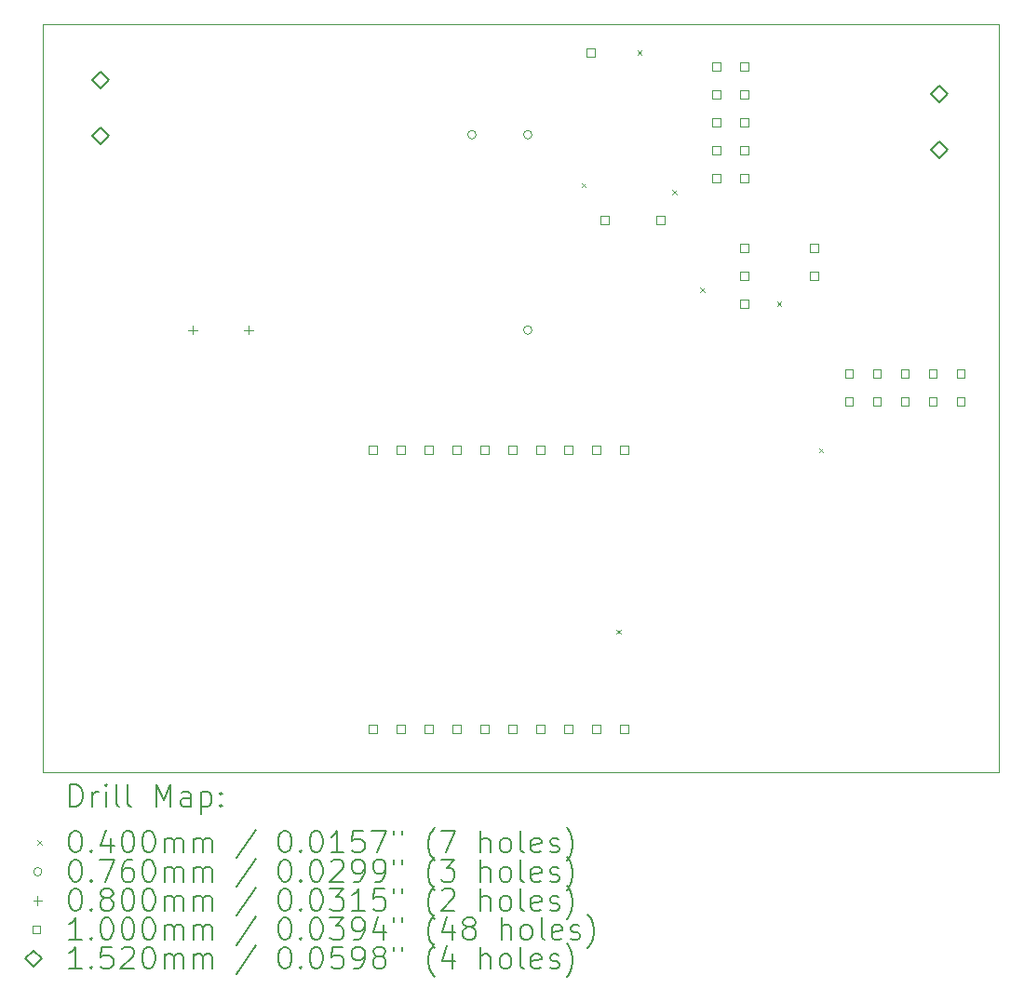
<source format=gbr>
%FSLAX45Y45*%
G04 Gerber Fmt 4.5, Leading zero omitted, Abs format (unit mm)*
G04 Created by KiCad (PCBNEW (6.0.0-0)) date 2022-10-12 14:45:19*
%MOMM*%
%LPD*%
G01*
G04 APERTURE LIST*
%TA.AperFunction,Profile*%
%ADD10C,0.100000*%
%TD*%
%ADD11C,0.200000*%
%ADD12C,0.040000*%
%ADD13C,0.076000*%
%ADD14C,0.080000*%
%ADD15C,0.100000*%
%ADD16C,0.152000*%
G04 APERTURE END LIST*
D10*
X10636000Y-5080000D02*
X19336000Y-5080000D01*
X10636000Y-11880000D02*
X10636000Y-5080000D01*
X19336000Y-11880000D02*
X19336000Y-5080000D01*
X10636000Y-11880000D02*
X19336000Y-11880000D01*
D11*
D12*
X15537500Y-6520500D02*
X15577500Y-6560500D01*
X15577500Y-6520500D02*
X15537500Y-6560500D01*
X15855000Y-10584500D02*
X15895000Y-10624500D01*
X15895000Y-10584500D02*
X15855000Y-10624500D01*
X16045500Y-5314000D02*
X16085500Y-5354000D01*
X16085500Y-5314000D02*
X16045500Y-5354000D01*
X16363000Y-6584000D02*
X16403000Y-6624000D01*
X16403000Y-6584000D02*
X16363000Y-6624000D01*
X16617000Y-7473000D02*
X16657000Y-7513000D01*
X16657000Y-7473000D02*
X16617000Y-7513000D01*
X17315500Y-7600000D02*
X17355500Y-7640000D01*
X17355500Y-7600000D02*
X17315500Y-7640000D01*
X17696500Y-8933500D02*
X17736500Y-8973500D01*
X17736500Y-8933500D02*
X17696500Y-8973500D01*
D13*
X14579500Y-6081750D02*
G75*
G03*
X14579500Y-6081750I-38000J0D01*
G01*
X15087500Y-6081750D02*
G75*
G03*
X15087500Y-6081750I-38000J0D01*
G01*
X15087500Y-7859750D02*
G75*
G03*
X15087500Y-7859750I-38000J0D01*
G01*
D14*
X12001500Y-7819750D02*
X12001500Y-7899750D01*
X11961500Y-7859750D02*
X12041500Y-7859750D01*
X12509500Y-7819750D02*
X12509500Y-7899750D01*
X12469500Y-7859750D02*
X12549500Y-7859750D01*
D15*
X13674856Y-8984856D02*
X13674856Y-8914144D01*
X13604144Y-8914144D01*
X13604144Y-8984856D01*
X13674856Y-8984856D01*
X13674856Y-11524856D02*
X13674856Y-11454144D01*
X13604144Y-11454144D01*
X13604144Y-11524856D01*
X13674856Y-11524856D01*
X13928856Y-8984856D02*
X13928856Y-8914144D01*
X13858144Y-8914144D01*
X13858144Y-8984856D01*
X13928856Y-8984856D01*
X13928856Y-11524856D02*
X13928856Y-11454144D01*
X13858144Y-11454144D01*
X13858144Y-11524856D01*
X13928856Y-11524856D01*
X14182856Y-8984856D02*
X14182856Y-8914144D01*
X14112144Y-8914144D01*
X14112144Y-8984856D01*
X14182856Y-8984856D01*
X14182856Y-11524856D02*
X14182856Y-11454144D01*
X14112144Y-11454144D01*
X14112144Y-11524856D01*
X14182856Y-11524856D01*
X14436856Y-8984856D02*
X14436856Y-8914144D01*
X14366144Y-8914144D01*
X14366144Y-8984856D01*
X14436856Y-8984856D01*
X14436856Y-11524856D02*
X14436856Y-11454144D01*
X14366144Y-11454144D01*
X14366144Y-11524856D01*
X14436856Y-11524856D01*
X14690856Y-8984856D02*
X14690856Y-8914144D01*
X14620144Y-8914144D01*
X14620144Y-8984856D01*
X14690856Y-8984856D01*
X14690856Y-11524856D02*
X14690856Y-11454144D01*
X14620144Y-11454144D01*
X14620144Y-11524856D01*
X14690856Y-11524856D01*
X14944856Y-8984856D02*
X14944856Y-8914144D01*
X14874144Y-8914144D01*
X14874144Y-8984856D01*
X14944856Y-8984856D01*
X14944856Y-11524856D02*
X14944856Y-11454144D01*
X14874144Y-11454144D01*
X14874144Y-11524856D01*
X14944856Y-11524856D01*
X15198856Y-8984856D02*
X15198856Y-8914144D01*
X15128144Y-8914144D01*
X15128144Y-8984856D01*
X15198856Y-8984856D01*
X15198856Y-11524856D02*
X15198856Y-11454144D01*
X15128144Y-11454144D01*
X15128144Y-11524856D01*
X15198856Y-11524856D01*
X15452856Y-8984856D02*
X15452856Y-8914144D01*
X15382144Y-8914144D01*
X15382144Y-8984856D01*
X15452856Y-8984856D01*
X15452856Y-11524856D02*
X15452856Y-11454144D01*
X15382144Y-11454144D01*
X15382144Y-11524856D01*
X15452856Y-11524856D01*
X15656356Y-5369356D02*
X15656356Y-5298644D01*
X15585644Y-5298644D01*
X15585644Y-5369356D01*
X15656356Y-5369356D01*
X15706856Y-8984856D02*
X15706856Y-8914144D01*
X15636144Y-8914144D01*
X15636144Y-8984856D01*
X15706856Y-8984856D01*
X15706856Y-11524856D02*
X15706856Y-11454144D01*
X15636144Y-11454144D01*
X15636144Y-11524856D01*
X15706856Y-11524856D01*
X15783356Y-6893356D02*
X15783356Y-6822644D01*
X15712644Y-6822644D01*
X15712644Y-6893356D01*
X15783356Y-6893356D01*
X15960856Y-8984856D02*
X15960856Y-8914144D01*
X15890144Y-8914144D01*
X15890144Y-8984856D01*
X15960856Y-8984856D01*
X15960856Y-11524856D02*
X15960856Y-11454144D01*
X15890144Y-11454144D01*
X15890144Y-11524856D01*
X15960856Y-11524856D01*
X16291356Y-6893356D02*
X16291356Y-6822644D01*
X16220644Y-6822644D01*
X16220644Y-6893356D01*
X16291356Y-6893356D01*
X16799356Y-5496356D02*
X16799356Y-5425644D01*
X16728644Y-5425644D01*
X16728644Y-5496356D01*
X16799356Y-5496356D01*
X16799356Y-5750356D02*
X16799356Y-5679644D01*
X16728644Y-5679644D01*
X16728644Y-5750356D01*
X16799356Y-5750356D01*
X16799356Y-6004356D02*
X16799356Y-5933644D01*
X16728644Y-5933644D01*
X16728644Y-6004356D01*
X16799356Y-6004356D01*
X16799356Y-6258356D02*
X16799356Y-6187644D01*
X16728644Y-6187644D01*
X16728644Y-6258356D01*
X16799356Y-6258356D01*
X16799356Y-6512356D02*
X16799356Y-6441644D01*
X16728644Y-6441644D01*
X16728644Y-6512356D01*
X16799356Y-6512356D01*
X17053356Y-5496356D02*
X17053356Y-5425644D01*
X16982644Y-5425644D01*
X16982644Y-5496356D01*
X17053356Y-5496356D01*
X17053356Y-5750356D02*
X17053356Y-5679644D01*
X16982644Y-5679644D01*
X16982644Y-5750356D01*
X17053356Y-5750356D01*
X17053356Y-6004356D02*
X17053356Y-5933644D01*
X16982644Y-5933644D01*
X16982644Y-6004356D01*
X17053356Y-6004356D01*
X17053356Y-6258356D02*
X17053356Y-6187644D01*
X16982644Y-6187644D01*
X16982644Y-6258356D01*
X17053356Y-6258356D01*
X17053356Y-6512356D02*
X17053356Y-6441644D01*
X16982644Y-6441644D01*
X16982644Y-6512356D01*
X17053356Y-6512356D01*
X17053356Y-7148856D02*
X17053356Y-7078144D01*
X16982644Y-7078144D01*
X16982644Y-7148856D01*
X17053356Y-7148856D01*
X17053356Y-7402856D02*
X17053356Y-7332144D01*
X16982644Y-7332144D01*
X16982644Y-7402856D01*
X17053356Y-7402856D01*
X17053356Y-7656856D02*
X17053356Y-7586144D01*
X16982644Y-7586144D01*
X16982644Y-7656856D01*
X17053356Y-7656856D01*
X17688356Y-7146856D02*
X17688356Y-7076144D01*
X17617644Y-7076144D01*
X17617644Y-7146856D01*
X17688356Y-7146856D01*
X17688356Y-7400856D02*
X17688356Y-7330144D01*
X17617644Y-7330144D01*
X17617644Y-7400856D01*
X17688356Y-7400856D01*
X18005856Y-8290356D02*
X18005856Y-8219644D01*
X17935144Y-8219644D01*
X17935144Y-8290356D01*
X18005856Y-8290356D01*
X18005856Y-8544356D02*
X18005856Y-8473644D01*
X17935144Y-8473644D01*
X17935144Y-8544356D01*
X18005856Y-8544356D01*
X18259856Y-8290356D02*
X18259856Y-8219644D01*
X18189144Y-8219644D01*
X18189144Y-8290356D01*
X18259856Y-8290356D01*
X18259856Y-8544356D02*
X18259856Y-8473644D01*
X18189144Y-8473644D01*
X18189144Y-8544356D01*
X18259856Y-8544356D01*
X18513856Y-8290356D02*
X18513856Y-8219644D01*
X18443144Y-8219644D01*
X18443144Y-8290356D01*
X18513856Y-8290356D01*
X18513856Y-8544356D02*
X18513856Y-8473644D01*
X18443144Y-8473644D01*
X18443144Y-8544356D01*
X18513856Y-8544356D01*
X18767856Y-8290356D02*
X18767856Y-8219644D01*
X18697144Y-8219644D01*
X18697144Y-8290356D01*
X18767856Y-8290356D01*
X18767856Y-8544356D02*
X18767856Y-8473644D01*
X18697144Y-8473644D01*
X18697144Y-8544356D01*
X18767856Y-8544356D01*
X19021856Y-8290356D02*
X19021856Y-8219644D01*
X18951144Y-8219644D01*
X18951144Y-8290356D01*
X19021856Y-8290356D01*
X19021856Y-8544356D02*
X19021856Y-8473644D01*
X18951144Y-8473644D01*
X18951144Y-8544356D01*
X19021856Y-8544356D01*
D16*
X11162500Y-5664000D02*
X11238500Y-5588000D01*
X11162500Y-5512000D01*
X11086500Y-5588000D01*
X11162500Y-5664000D01*
X11162500Y-6172000D02*
X11238500Y-6096000D01*
X11162500Y-6020000D01*
X11086500Y-6096000D01*
X11162500Y-6172000D01*
X18796000Y-5791000D02*
X18872000Y-5715000D01*
X18796000Y-5639000D01*
X18720000Y-5715000D01*
X18796000Y-5791000D01*
X18796000Y-6299000D02*
X18872000Y-6223000D01*
X18796000Y-6147000D01*
X18720000Y-6223000D01*
X18796000Y-6299000D01*
D11*
X10888619Y-12195476D02*
X10888619Y-11995476D01*
X10936238Y-11995476D01*
X10964810Y-12005000D01*
X10983857Y-12024048D01*
X10993381Y-12043095D01*
X11002905Y-12081190D01*
X11002905Y-12109762D01*
X10993381Y-12147857D01*
X10983857Y-12166905D01*
X10964810Y-12185952D01*
X10936238Y-12195476D01*
X10888619Y-12195476D01*
X11088619Y-12195476D02*
X11088619Y-12062143D01*
X11088619Y-12100238D02*
X11098143Y-12081190D01*
X11107667Y-12071667D01*
X11126714Y-12062143D01*
X11145762Y-12062143D01*
X11212428Y-12195476D02*
X11212428Y-12062143D01*
X11212428Y-11995476D02*
X11202905Y-12005000D01*
X11212428Y-12014524D01*
X11221952Y-12005000D01*
X11212428Y-11995476D01*
X11212428Y-12014524D01*
X11336238Y-12195476D02*
X11317190Y-12185952D01*
X11307667Y-12166905D01*
X11307667Y-11995476D01*
X11441000Y-12195476D02*
X11421952Y-12185952D01*
X11412428Y-12166905D01*
X11412428Y-11995476D01*
X11669571Y-12195476D02*
X11669571Y-11995476D01*
X11736238Y-12138333D01*
X11802905Y-11995476D01*
X11802905Y-12195476D01*
X11983857Y-12195476D02*
X11983857Y-12090714D01*
X11974333Y-12071667D01*
X11955286Y-12062143D01*
X11917190Y-12062143D01*
X11898143Y-12071667D01*
X11983857Y-12185952D02*
X11964809Y-12195476D01*
X11917190Y-12195476D01*
X11898143Y-12185952D01*
X11888619Y-12166905D01*
X11888619Y-12147857D01*
X11898143Y-12128809D01*
X11917190Y-12119286D01*
X11964809Y-12119286D01*
X11983857Y-12109762D01*
X12079095Y-12062143D02*
X12079095Y-12262143D01*
X12079095Y-12071667D02*
X12098143Y-12062143D01*
X12136238Y-12062143D01*
X12155286Y-12071667D01*
X12164809Y-12081190D01*
X12174333Y-12100238D01*
X12174333Y-12157381D01*
X12164809Y-12176428D01*
X12155286Y-12185952D01*
X12136238Y-12195476D01*
X12098143Y-12195476D01*
X12079095Y-12185952D01*
X12260048Y-12176428D02*
X12269571Y-12185952D01*
X12260048Y-12195476D01*
X12250524Y-12185952D01*
X12260048Y-12176428D01*
X12260048Y-12195476D01*
X12260048Y-12071667D02*
X12269571Y-12081190D01*
X12260048Y-12090714D01*
X12250524Y-12081190D01*
X12260048Y-12071667D01*
X12260048Y-12090714D01*
D12*
X10591000Y-12505000D02*
X10631000Y-12545000D01*
X10631000Y-12505000D02*
X10591000Y-12545000D01*
D11*
X10926714Y-12415476D02*
X10945762Y-12415476D01*
X10964810Y-12425000D01*
X10974333Y-12434524D01*
X10983857Y-12453571D01*
X10993381Y-12491667D01*
X10993381Y-12539286D01*
X10983857Y-12577381D01*
X10974333Y-12596428D01*
X10964810Y-12605952D01*
X10945762Y-12615476D01*
X10926714Y-12615476D01*
X10907667Y-12605952D01*
X10898143Y-12596428D01*
X10888619Y-12577381D01*
X10879095Y-12539286D01*
X10879095Y-12491667D01*
X10888619Y-12453571D01*
X10898143Y-12434524D01*
X10907667Y-12425000D01*
X10926714Y-12415476D01*
X11079095Y-12596428D02*
X11088619Y-12605952D01*
X11079095Y-12615476D01*
X11069571Y-12605952D01*
X11079095Y-12596428D01*
X11079095Y-12615476D01*
X11260048Y-12482143D02*
X11260048Y-12615476D01*
X11212428Y-12405952D02*
X11164810Y-12548809D01*
X11288619Y-12548809D01*
X11402905Y-12415476D02*
X11421952Y-12415476D01*
X11441000Y-12425000D01*
X11450524Y-12434524D01*
X11460048Y-12453571D01*
X11469571Y-12491667D01*
X11469571Y-12539286D01*
X11460048Y-12577381D01*
X11450524Y-12596428D01*
X11441000Y-12605952D01*
X11421952Y-12615476D01*
X11402905Y-12615476D01*
X11383857Y-12605952D01*
X11374333Y-12596428D01*
X11364809Y-12577381D01*
X11355286Y-12539286D01*
X11355286Y-12491667D01*
X11364809Y-12453571D01*
X11374333Y-12434524D01*
X11383857Y-12425000D01*
X11402905Y-12415476D01*
X11593381Y-12415476D02*
X11612428Y-12415476D01*
X11631476Y-12425000D01*
X11641000Y-12434524D01*
X11650524Y-12453571D01*
X11660048Y-12491667D01*
X11660048Y-12539286D01*
X11650524Y-12577381D01*
X11641000Y-12596428D01*
X11631476Y-12605952D01*
X11612428Y-12615476D01*
X11593381Y-12615476D01*
X11574333Y-12605952D01*
X11564809Y-12596428D01*
X11555286Y-12577381D01*
X11545762Y-12539286D01*
X11545762Y-12491667D01*
X11555286Y-12453571D01*
X11564809Y-12434524D01*
X11574333Y-12425000D01*
X11593381Y-12415476D01*
X11745762Y-12615476D02*
X11745762Y-12482143D01*
X11745762Y-12501190D02*
X11755286Y-12491667D01*
X11774333Y-12482143D01*
X11802905Y-12482143D01*
X11821952Y-12491667D01*
X11831476Y-12510714D01*
X11831476Y-12615476D01*
X11831476Y-12510714D02*
X11841000Y-12491667D01*
X11860048Y-12482143D01*
X11888619Y-12482143D01*
X11907667Y-12491667D01*
X11917190Y-12510714D01*
X11917190Y-12615476D01*
X12012428Y-12615476D02*
X12012428Y-12482143D01*
X12012428Y-12501190D02*
X12021952Y-12491667D01*
X12041000Y-12482143D01*
X12069571Y-12482143D01*
X12088619Y-12491667D01*
X12098143Y-12510714D01*
X12098143Y-12615476D01*
X12098143Y-12510714D02*
X12107667Y-12491667D01*
X12126714Y-12482143D01*
X12155286Y-12482143D01*
X12174333Y-12491667D01*
X12183857Y-12510714D01*
X12183857Y-12615476D01*
X12574333Y-12405952D02*
X12402905Y-12663095D01*
X12831476Y-12415476D02*
X12850524Y-12415476D01*
X12869571Y-12425000D01*
X12879095Y-12434524D01*
X12888619Y-12453571D01*
X12898143Y-12491667D01*
X12898143Y-12539286D01*
X12888619Y-12577381D01*
X12879095Y-12596428D01*
X12869571Y-12605952D01*
X12850524Y-12615476D01*
X12831476Y-12615476D01*
X12812428Y-12605952D01*
X12802905Y-12596428D01*
X12793381Y-12577381D01*
X12783857Y-12539286D01*
X12783857Y-12491667D01*
X12793381Y-12453571D01*
X12802905Y-12434524D01*
X12812428Y-12425000D01*
X12831476Y-12415476D01*
X12983857Y-12596428D02*
X12993381Y-12605952D01*
X12983857Y-12615476D01*
X12974333Y-12605952D01*
X12983857Y-12596428D01*
X12983857Y-12615476D01*
X13117190Y-12415476D02*
X13136238Y-12415476D01*
X13155286Y-12425000D01*
X13164809Y-12434524D01*
X13174333Y-12453571D01*
X13183857Y-12491667D01*
X13183857Y-12539286D01*
X13174333Y-12577381D01*
X13164809Y-12596428D01*
X13155286Y-12605952D01*
X13136238Y-12615476D01*
X13117190Y-12615476D01*
X13098143Y-12605952D01*
X13088619Y-12596428D01*
X13079095Y-12577381D01*
X13069571Y-12539286D01*
X13069571Y-12491667D01*
X13079095Y-12453571D01*
X13088619Y-12434524D01*
X13098143Y-12425000D01*
X13117190Y-12415476D01*
X13374333Y-12615476D02*
X13260048Y-12615476D01*
X13317190Y-12615476D02*
X13317190Y-12415476D01*
X13298143Y-12444048D01*
X13279095Y-12463095D01*
X13260048Y-12472619D01*
X13555286Y-12415476D02*
X13460048Y-12415476D01*
X13450524Y-12510714D01*
X13460048Y-12501190D01*
X13479095Y-12491667D01*
X13526714Y-12491667D01*
X13545762Y-12501190D01*
X13555286Y-12510714D01*
X13564809Y-12529762D01*
X13564809Y-12577381D01*
X13555286Y-12596428D01*
X13545762Y-12605952D01*
X13526714Y-12615476D01*
X13479095Y-12615476D01*
X13460048Y-12605952D01*
X13450524Y-12596428D01*
X13631476Y-12415476D02*
X13764809Y-12415476D01*
X13679095Y-12615476D01*
X13831476Y-12415476D02*
X13831476Y-12453571D01*
X13907667Y-12415476D02*
X13907667Y-12453571D01*
X14202905Y-12691667D02*
X14193381Y-12682143D01*
X14174333Y-12653571D01*
X14164809Y-12634524D01*
X14155286Y-12605952D01*
X14145762Y-12558333D01*
X14145762Y-12520238D01*
X14155286Y-12472619D01*
X14164809Y-12444048D01*
X14174333Y-12425000D01*
X14193381Y-12396428D01*
X14202905Y-12386905D01*
X14260048Y-12415476D02*
X14393381Y-12415476D01*
X14307667Y-12615476D01*
X14621952Y-12615476D02*
X14621952Y-12415476D01*
X14707667Y-12615476D02*
X14707667Y-12510714D01*
X14698143Y-12491667D01*
X14679095Y-12482143D01*
X14650524Y-12482143D01*
X14631476Y-12491667D01*
X14621952Y-12501190D01*
X14831476Y-12615476D02*
X14812428Y-12605952D01*
X14802905Y-12596428D01*
X14793381Y-12577381D01*
X14793381Y-12520238D01*
X14802905Y-12501190D01*
X14812428Y-12491667D01*
X14831476Y-12482143D01*
X14860048Y-12482143D01*
X14879095Y-12491667D01*
X14888619Y-12501190D01*
X14898143Y-12520238D01*
X14898143Y-12577381D01*
X14888619Y-12596428D01*
X14879095Y-12605952D01*
X14860048Y-12615476D01*
X14831476Y-12615476D01*
X15012428Y-12615476D02*
X14993381Y-12605952D01*
X14983857Y-12586905D01*
X14983857Y-12415476D01*
X15164809Y-12605952D02*
X15145762Y-12615476D01*
X15107667Y-12615476D01*
X15088619Y-12605952D01*
X15079095Y-12586905D01*
X15079095Y-12510714D01*
X15088619Y-12491667D01*
X15107667Y-12482143D01*
X15145762Y-12482143D01*
X15164809Y-12491667D01*
X15174333Y-12510714D01*
X15174333Y-12529762D01*
X15079095Y-12548809D01*
X15250524Y-12605952D02*
X15269571Y-12615476D01*
X15307667Y-12615476D01*
X15326714Y-12605952D01*
X15336238Y-12586905D01*
X15336238Y-12577381D01*
X15326714Y-12558333D01*
X15307667Y-12548809D01*
X15279095Y-12548809D01*
X15260048Y-12539286D01*
X15250524Y-12520238D01*
X15250524Y-12510714D01*
X15260048Y-12491667D01*
X15279095Y-12482143D01*
X15307667Y-12482143D01*
X15326714Y-12491667D01*
X15402905Y-12691667D02*
X15412428Y-12682143D01*
X15431476Y-12653571D01*
X15441000Y-12634524D01*
X15450524Y-12605952D01*
X15460048Y-12558333D01*
X15460048Y-12520238D01*
X15450524Y-12472619D01*
X15441000Y-12444048D01*
X15431476Y-12425000D01*
X15412428Y-12396428D01*
X15402905Y-12386905D01*
D13*
X10631000Y-12789000D02*
G75*
G03*
X10631000Y-12789000I-38000J0D01*
G01*
D11*
X10926714Y-12679476D02*
X10945762Y-12679476D01*
X10964810Y-12689000D01*
X10974333Y-12698524D01*
X10983857Y-12717571D01*
X10993381Y-12755667D01*
X10993381Y-12803286D01*
X10983857Y-12841381D01*
X10974333Y-12860428D01*
X10964810Y-12869952D01*
X10945762Y-12879476D01*
X10926714Y-12879476D01*
X10907667Y-12869952D01*
X10898143Y-12860428D01*
X10888619Y-12841381D01*
X10879095Y-12803286D01*
X10879095Y-12755667D01*
X10888619Y-12717571D01*
X10898143Y-12698524D01*
X10907667Y-12689000D01*
X10926714Y-12679476D01*
X11079095Y-12860428D02*
X11088619Y-12869952D01*
X11079095Y-12879476D01*
X11069571Y-12869952D01*
X11079095Y-12860428D01*
X11079095Y-12879476D01*
X11155286Y-12679476D02*
X11288619Y-12679476D01*
X11202905Y-12879476D01*
X11450524Y-12679476D02*
X11412428Y-12679476D01*
X11393381Y-12689000D01*
X11383857Y-12698524D01*
X11364809Y-12727095D01*
X11355286Y-12765190D01*
X11355286Y-12841381D01*
X11364809Y-12860428D01*
X11374333Y-12869952D01*
X11393381Y-12879476D01*
X11431476Y-12879476D01*
X11450524Y-12869952D01*
X11460048Y-12860428D01*
X11469571Y-12841381D01*
X11469571Y-12793762D01*
X11460048Y-12774714D01*
X11450524Y-12765190D01*
X11431476Y-12755667D01*
X11393381Y-12755667D01*
X11374333Y-12765190D01*
X11364809Y-12774714D01*
X11355286Y-12793762D01*
X11593381Y-12679476D02*
X11612428Y-12679476D01*
X11631476Y-12689000D01*
X11641000Y-12698524D01*
X11650524Y-12717571D01*
X11660048Y-12755667D01*
X11660048Y-12803286D01*
X11650524Y-12841381D01*
X11641000Y-12860428D01*
X11631476Y-12869952D01*
X11612428Y-12879476D01*
X11593381Y-12879476D01*
X11574333Y-12869952D01*
X11564809Y-12860428D01*
X11555286Y-12841381D01*
X11545762Y-12803286D01*
X11545762Y-12755667D01*
X11555286Y-12717571D01*
X11564809Y-12698524D01*
X11574333Y-12689000D01*
X11593381Y-12679476D01*
X11745762Y-12879476D02*
X11745762Y-12746143D01*
X11745762Y-12765190D02*
X11755286Y-12755667D01*
X11774333Y-12746143D01*
X11802905Y-12746143D01*
X11821952Y-12755667D01*
X11831476Y-12774714D01*
X11831476Y-12879476D01*
X11831476Y-12774714D02*
X11841000Y-12755667D01*
X11860048Y-12746143D01*
X11888619Y-12746143D01*
X11907667Y-12755667D01*
X11917190Y-12774714D01*
X11917190Y-12879476D01*
X12012428Y-12879476D02*
X12012428Y-12746143D01*
X12012428Y-12765190D02*
X12021952Y-12755667D01*
X12041000Y-12746143D01*
X12069571Y-12746143D01*
X12088619Y-12755667D01*
X12098143Y-12774714D01*
X12098143Y-12879476D01*
X12098143Y-12774714D02*
X12107667Y-12755667D01*
X12126714Y-12746143D01*
X12155286Y-12746143D01*
X12174333Y-12755667D01*
X12183857Y-12774714D01*
X12183857Y-12879476D01*
X12574333Y-12669952D02*
X12402905Y-12927095D01*
X12831476Y-12679476D02*
X12850524Y-12679476D01*
X12869571Y-12689000D01*
X12879095Y-12698524D01*
X12888619Y-12717571D01*
X12898143Y-12755667D01*
X12898143Y-12803286D01*
X12888619Y-12841381D01*
X12879095Y-12860428D01*
X12869571Y-12869952D01*
X12850524Y-12879476D01*
X12831476Y-12879476D01*
X12812428Y-12869952D01*
X12802905Y-12860428D01*
X12793381Y-12841381D01*
X12783857Y-12803286D01*
X12783857Y-12755667D01*
X12793381Y-12717571D01*
X12802905Y-12698524D01*
X12812428Y-12689000D01*
X12831476Y-12679476D01*
X12983857Y-12860428D02*
X12993381Y-12869952D01*
X12983857Y-12879476D01*
X12974333Y-12869952D01*
X12983857Y-12860428D01*
X12983857Y-12879476D01*
X13117190Y-12679476D02*
X13136238Y-12679476D01*
X13155286Y-12689000D01*
X13164809Y-12698524D01*
X13174333Y-12717571D01*
X13183857Y-12755667D01*
X13183857Y-12803286D01*
X13174333Y-12841381D01*
X13164809Y-12860428D01*
X13155286Y-12869952D01*
X13136238Y-12879476D01*
X13117190Y-12879476D01*
X13098143Y-12869952D01*
X13088619Y-12860428D01*
X13079095Y-12841381D01*
X13069571Y-12803286D01*
X13069571Y-12755667D01*
X13079095Y-12717571D01*
X13088619Y-12698524D01*
X13098143Y-12689000D01*
X13117190Y-12679476D01*
X13260048Y-12698524D02*
X13269571Y-12689000D01*
X13288619Y-12679476D01*
X13336238Y-12679476D01*
X13355286Y-12689000D01*
X13364809Y-12698524D01*
X13374333Y-12717571D01*
X13374333Y-12736619D01*
X13364809Y-12765190D01*
X13250524Y-12879476D01*
X13374333Y-12879476D01*
X13469571Y-12879476D02*
X13507667Y-12879476D01*
X13526714Y-12869952D01*
X13536238Y-12860428D01*
X13555286Y-12831857D01*
X13564809Y-12793762D01*
X13564809Y-12717571D01*
X13555286Y-12698524D01*
X13545762Y-12689000D01*
X13526714Y-12679476D01*
X13488619Y-12679476D01*
X13469571Y-12689000D01*
X13460048Y-12698524D01*
X13450524Y-12717571D01*
X13450524Y-12765190D01*
X13460048Y-12784238D01*
X13469571Y-12793762D01*
X13488619Y-12803286D01*
X13526714Y-12803286D01*
X13545762Y-12793762D01*
X13555286Y-12784238D01*
X13564809Y-12765190D01*
X13660048Y-12879476D02*
X13698143Y-12879476D01*
X13717190Y-12869952D01*
X13726714Y-12860428D01*
X13745762Y-12831857D01*
X13755286Y-12793762D01*
X13755286Y-12717571D01*
X13745762Y-12698524D01*
X13736238Y-12689000D01*
X13717190Y-12679476D01*
X13679095Y-12679476D01*
X13660048Y-12689000D01*
X13650524Y-12698524D01*
X13641000Y-12717571D01*
X13641000Y-12765190D01*
X13650524Y-12784238D01*
X13660048Y-12793762D01*
X13679095Y-12803286D01*
X13717190Y-12803286D01*
X13736238Y-12793762D01*
X13745762Y-12784238D01*
X13755286Y-12765190D01*
X13831476Y-12679476D02*
X13831476Y-12717571D01*
X13907667Y-12679476D02*
X13907667Y-12717571D01*
X14202905Y-12955667D02*
X14193381Y-12946143D01*
X14174333Y-12917571D01*
X14164809Y-12898524D01*
X14155286Y-12869952D01*
X14145762Y-12822333D01*
X14145762Y-12784238D01*
X14155286Y-12736619D01*
X14164809Y-12708048D01*
X14174333Y-12689000D01*
X14193381Y-12660428D01*
X14202905Y-12650905D01*
X14260048Y-12679476D02*
X14383857Y-12679476D01*
X14317190Y-12755667D01*
X14345762Y-12755667D01*
X14364809Y-12765190D01*
X14374333Y-12774714D01*
X14383857Y-12793762D01*
X14383857Y-12841381D01*
X14374333Y-12860428D01*
X14364809Y-12869952D01*
X14345762Y-12879476D01*
X14288619Y-12879476D01*
X14269571Y-12869952D01*
X14260048Y-12860428D01*
X14621952Y-12879476D02*
X14621952Y-12679476D01*
X14707667Y-12879476D02*
X14707667Y-12774714D01*
X14698143Y-12755667D01*
X14679095Y-12746143D01*
X14650524Y-12746143D01*
X14631476Y-12755667D01*
X14621952Y-12765190D01*
X14831476Y-12879476D02*
X14812428Y-12869952D01*
X14802905Y-12860428D01*
X14793381Y-12841381D01*
X14793381Y-12784238D01*
X14802905Y-12765190D01*
X14812428Y-12755667D01*
X14831476Y-12746143D01*
X14860048Y-12746143D01*
X14879095Y-12755667D01*
X14888619Y-12765190D01*
X14898143Y-12784238D01*
X14898143Y-12841381D01*
X14888619Y-12860428D01*
X14879095Y-12869952D01*
X14860048Y-12879476D01*
X14831476Y-12879476D01*
X15012428Y-12879476D02*
X14993381Y-12869952D01*
X14983857Y-12850905D01*
X14983857Y-12679476D01*
X15164809Y-12869952D02*
X15145762Y-12879476D01*
X15107667Y-12879476D01*
X15088619Y-12869952D01*
X15079095Y-12850905D01*
X15079095Y-12774714D01*
X15088619Y-12755667D01*
X15107667Y-12746143D01*
X15145762Y-12746143D01*
X15164809Y-12755667D01*
X15174333Y-12774714D01*
X15174333Y-12793762D01*
X15079095Y-12812809D01*
X15250524Y-12869952D02*
X15269571Y-12879476D01*
X15307667Y-12879476D01*
X15326714Y-12869952D01*
X15336238Y-12850905D01*
X15336238Y-12841381D01*
X15326714Y-12822333D01*
X15307667Y-12812809D01*
X15279095Y-12812809D01*
X15260048Y-12803286D01*
X15250524Y-12784238D01*
X15250524Y-12774714D01*
X15260048Y-12755667D01*
X15279095Y-12746143D01*
X15307667Y-12746143D01*
X15326714Y-12755667D01*
X15402905Y-12955667D02*
X15412428Y-12946143D01*
X15431476Y-12917571D01*
X15441000Y-12898524D01*
X15450524Y-12869952D01*
X15460048Y-12822333D01*
X15460048Y-12784238D01*
X15450524Y-12736619D01*
X15441000Y-12708048D01*
X15431476Y-12689000D01*
X15412428Y-12660428D01*
X15402905Y-12650905D01*
D14*
X10591000Y-13013000D02*
X10591000Y-13093000D01*
X10551000Y-13053000D02*
X10631000Y-13053000D01*
D11*
X10926714Y-12943476D02*
X10945762Y-12943476D01*
X10964810Y-12953000D01*
X10974333Y-12962524D01*
X10983857Y-12981571D01*
X10993381Y-13019667D01*
X10993381Y-13067286D01*
X10983857Y-13105381D01*
X10974333Y-13124428D01*
X10964810Y-13133952D01*
X10945762Y-13143476D01*
X10926714Y-13143476D01*
X10907667Y-13133952D01*
X10898143Y-13124428D01*
X10888619Y-13105381D01*
X10879095Y-13067286D01*
X10879095Y-13019667D01*
X10888619Y-12981571D01*
X10898143Y-12962524D01*
X10907667Y-12953000D01*
X10926714Y-12943476D01*
X11079095Y-13124428D02*
X11088619Y-13133952D01*
X11079095Y-13143476D01*
X11069571Y-13133952D01*
X11079095Y-13124428D01*
X11079095Y-13143476D01*
X11202905Y-13029190D02*
X11183857Y-13019667D01*
X11174333Y-13010143D01*
X11164810Y-12991095D01*
X11164810Y-12981571D01*
X11174333Y-12962524D01*
X11183857Y-12953000D01*
X11202905Y-12943476D01*
X11241000Y-12943476D01*
X11260048Y-12953000D01*
X11269571Y-12962524D01*
X11279095Y-12981571D01*
X11279095Y-12991095D01*
X11269571Y-13010143D01*
X11260048Y-13019667D01*
X11241000Y-13029190D01*
X11202905Y-13029190D01*
X11183857Y-13038714D01*
X11174333Y-13048238D01*
X11164810Y-13067286D01*
X11164810Y-13105381D01*
X11174333Y-13124428D01*
X11183857Y-13133952D01*
X11202905Y-13143476D01*
X11241000Y-13143476D01*
X11260048Y-13133952D01*
X11269571Y-13124428D01*
X11279095Y-13105381D01*
X11279095Y-13067286D01*
X11269571Y-13048238D01*
X11260048Y-13038714D01*
X11241000Y-13029190D01*
X11402905Y-12943476D02*
X11421952Y-12943476D01*
X11441000Y-12953000D01*
X11450524Y-12962524D01*
X11460048Y-12981571D01*
X11469571Y-13019667D01*
X11469571Y-13067286D01*
X11460048Y-13105381D01*
X11450524Y-13124428D01*
X11441000Y-13133952D01*
X11421952Y-13143476D01*
X11402905Y-13143476D01*
X11383857Y-13133952D01*
X11374333Y-13124428D01*
X11364809Y-13105381D01*
X11355286Y-13067286D01*
X11355286Y-13019667D01*
X11364809Y-12981571D01*
X11374333Y-12962524D01*
X11383857Y-12953000D01*
X11402905Y-12943476D01*
X11593381Y-12943476D02*
X11612428Y-12943476D01*
X11631476Y-12953000D01*
X11641000Y-12962524D01*
X11650524Y-12981571D01*
X11660048Y-13019667D01*
X11660048Y-13067286D01*
X11650524Y-13105381D01*
X11641000Y-13124428D01*
X11631476Y-13133952D01*
X11612428Y-13143476D01*
X11593381Y-13143476D01*
X11574333Y-13133952D01*
X11564809Y-13124428D01*
X11555286Y-13105381D01*
X11545762Y-13067286D01*
X11545762Y-13019667D01*
X11555286Y-12981571D01*
X11564809Y-12962524D01*
X11574333Y-12953000D01*
X11593381Y-12943476D01*
X11745762Y-13143476D02*
X11745762Y-13010143D01*
X11745762Y-13029190D02*
X11755286Y-13019667D01*
X11774333Y-13010143D01*
X11802905Y-13010143D01*
X11821952Y-13019667D01*
X11831476Y-13038714D01*
X11831476Y-13143476D01*
X11831476Y-13038714D02*
X11841000Y-13019667D01*
X11860048Y-13010143D01*
X11888619Y-13010143D01*
X11907667Y-13019667D01*
X11917190Y-13038714D01*
X11917190Y-13143476D01*
X12012428Y-13143476D02*
X12012428Y-13010143D01*
X12012428Y-13029190D02*
X12021952Y-13019667D01*
X12041000Y-13010143D01*
X12069571Y-13010143D01*
X12088619Y-13019667D01*
X12098143Y-13038714D01*
X12098143Y-13143476D01*
X12098143Y-13038714D02*
X12107667Y-13019667D01*
X12126714Y-13010143D01*
X12155286Y-13010143D01*
X12174333Y-13019667D01*
X12183857Y-13038714D01*
X12183857Y-13143476D01*
X12574333Y-12933952D02*
X12402905Y-13191095D01*
X12831476Y-12943476D02*
X12850524Y-12943476D01*
X12869571Y-12953000D01*
X12879095Y-12962524D01*
X12888619Y-12981571D01*
X12898143Y-13019667D01*
X12898143Y-13067286D01*
X12888619Y-13105381D01*
X12879095Y-13124428D01*
X12869571Y-13133952D01*
X12850524Y-13143476D01*
X12831476Y-13143476D01*
X12812428Y-13133952D01*
X12802905Y-13124428D01*
X12793381Y-13105381D01*
X12783857Y-13067286D01*
X12783857Y-13019667D01*
X12793381Y-12981571D01*
X12802905Y-12962524D01*
X12812428Y-12953000D01*
X12831476Y-12943476D01*
X12983857Y-13124428D02*
X12993381Y-13133952D01*
X12983857Y-13143476D01*
X12974333Y-13133952D01*
X12983857Y-13124428D01*
X12983857Y-13143476D01*
X13117190Y-12943476D02*
X13136238Y-12943476D01*
X13155286Y-12953000D01*
X13164809Y-12962524D01*
X13174333Y-12981571D01*
X13183857Y-13019667D01*
X13183857Y-13067286D01*
X13174333Y-13105381D01*
X13164809Y-13124428D01*
X13155286Y-13133952D01*
X13136238Y-13143476D01*
X13117190Y-13143476D01*
X13098143Y-13133952D01*
X13088619Y-13124428D01*
X13079095Y-13105381D01*
X13069571Y-13067286D01*
X13069571Y-13019667D01*
X13079095Y-12981571D01*
X13088619Y-12962524D01*
X13098143Y-12953000D01*
X13117190Y-12943476D01*
X13250524Y-12943476D02*
X13374333Y-12943476D01*
X13307667Y-13019667D01*
X13336238Y-13019667D01*
X13355286Y-13029190D01*
X13364809Y-13038714D01*
X13374333Y-13057762D01*
X13374333Y-13105381D01*
X13364809Y-13124428D01*
X13355286Y-13133952D01*
X13336238Y-13143476D01*
X13279095Y-13143476D01*
X13260048Y-13133952D01*
X13250524Y-13124428D01*
X13564809Y-13143476D02*
X13450524Y-13143476D01*
X13507667Y-13143476D02*
X13507667Y-12943476D01*
X13488619Y-12972048D01*
X13469571Y-12991095D01*
X13450524Y-13000619D01*
X13745762Y-12943476D02*
X13650524Y-12943476D01*
X13641000Y-13038714D01*
X13650524Y-13029190D01*
X13669571Y-13019667D01*
X13717190Y-13019667D01*
X13736238Y-13029190D01*
X13745762Y-13038714D01*
X13755286Y-13057762D01*
X13755286Y-13105381D01*
X13745762Y-13124428D01*
X13736238Y-13133952D01*
X13717190Y-13143476D01*
X13669571Y-13143476D01*
X13650524Y-13133952D01*
X13641000Y-13124428D01*
X13831476Y-12943476D02*
X13831476Y-12981571D01*
X13907667Y-12943476D02*
X13907667Y-12981571D01*
X14202905Y-13219667D02*
X14193381Y-13210143D01*
X14174333Y-13181571D01*
X14164809Y-13162524D01*
X14155286Y-13133952D01*
X14145762Y-13086333D01*
X14145762Y-13048238D01*
X14155286Y-13000619D01*
X14164809Y-12972048D01*
X14174333Y-12953000D01*
X14193381Y-12924428D01*
X14202905Y-12914905D01*
X14269571Y-12962524D02*
X14279095Y-12953000D01*
X14298143Y-12943476D01*
X14345762Y-12943476D01*
X14364809Y-12953000D01*
X14374333Y-12962524D01*
X14383857Y-12981571D01*
X14383857Y-13000619D01*
X14374333Y-13029190D01*
X14260048Y-13143476D01*
X14383857Y-13143476D01*
X14621952Y-13143476D02*
X14621952Y-12943476D01*
X14707667Y-13143476D02*
X14707667Y-13038714D01*
X14698143Y-13019667D01*
X14679095Y-13010143D01*
X14650524Y-13010143D01*
X14631476Y-13019667D01*
X14621952Y-13029190D01*
X14831476Y-13143476D02*
X14812428Y-13133952D01*
X14802905Y-13124428D01*
X14793381Y-13105381D01*
X14793381Y-13048238D01*
X14802905Y-13029190D01*
X14812428Y-13019667D01*
X14831476Y-13010143D01*
X14860048Y-13010143D01*
X14879095Y-13019667D01*
X14888619Y-13029190D01*
X14898143Y-13048238D01*
X14898143Y-13105381D01*
X14888619Y-13124428D01*
X14879095Y-13133952D01*
X14860048Y-13143476D01*
X14831476Y-13143476D01*
X15012428Y-13143476D02*
X14993381Y-13133952D01*
X14983857Y-13114905D01*
X14983857Y-12943476D01*
X15164809Y-13133952D02*
X15145762Y-13143476D01*
X15107667Y-13143476D01*
X15088619Y-13133952D01*
X15079095Y-13114905D01*
X15079095Y-13038714D01*
X15088619Y-13019667D01*
X15107667Y-13010143D01*
X15145762Y-13010143D01*
X15164809Y-13019667D01*
X15174333Y-13038714D01*
X15174333Y-13057762D01*
X15079095Y-13076809D01*
X15250524Y-13133952D02*
X15269571Y-13143476D01*
X15307667Y-13143476D01*
X15326714Y-13133952D01*
X15336238Y-13114905D01*
X15336238Y-13105381D01*
X15326714Y-13086333D01*
X15307667Y-13076809D01*
X15279095Y-13076809D01*
X15260048Y-13067286D01*
X15250524Y-13048238D01*
X15250524Y-13038714D01*
X15260048Y-13019667D01*
X15279095Y-13010143D01*
X15307667Y-13010143D01*
X15326714Y-13019667D01*
X15402905Y-13219667D02*
X15412428Y-13210143D01*
X15431476Y-13181571D01*
X15441000Y-13162524D01*
X15450524Y-13133952D01*
X15460048Y-13086333D01*
X15460048Y-13048238D01*
X15450524Y-13000619D01*
X15441000Y-12972048D01*
X15431476Y-12953000D01*
X15412428Y-12924428D01*
X15402905Y-12914905D01*
D15*
X10616356Y-13352356D02*
X10616356Y-13281644D01*
X10545644Y-13281644D01*
X10545644Y-13352356D01*
X10616356Y-13352356D01*
D11*
X10993381Y-13407476D02*
X10879095Y-13407476D01*
X10936238Y-13407476D02*
X10936238Y-13207476D01*
X10917190Y-13236048D01*
X10898143Y-13255095D01*
X10879095Y-13264619D01*
X11079095Y-13388428D02*
X11088619Y-13397952D01*
X11079095Y-13407476D01*
X11069571Y-13397952D01*
X11079095Y-13388428D01*
X11079095Y-13407476D01*
X11212428Y-13207476D02*
X11231476Y-13207476D01*
X11250524Y-13217000D01*
X11260048Y-13226524D01*
X11269571Y-13245571D01*
X11279095Y-13283667D01*
X11279095Y-13331286D01*
X11269571Y-13369381D01*
X11260048Y-13388428D01*
X11250524Y-13397952D01*
X11231476Y-13407476D01*
X11212428Y-13407476D01*
X11193381Y-13397952D01*
X11183857Y-13388428D01*
X11174333Y-13369381D01*
X11164810Y-13331286D01*
X11164810Y-13283667D01*
X11174333Y-13245571D01*
X11183857Y-13226524D01*
X11193381Y-13217000D01*
X11212428Y-13207476D01*
X11402905Y-13207476D02*
X11421952Y-13207476D01*
X11441000Y-13217000D01*
X11450524Y-13226524D01*
X11460048Y-13245571D01*
X11469571Y-13283667D01*
X11469571Y-13331286D01*
X11460048Y-13369381D01*
X11450524Y-13388428D01*
X11441000Y-13397952D01*
X11421952Y-13407476D01*
X11402905Y-13407476D01*
X11383857Y-13397952D01*
X11374333Y-13388428D01*
X11364809Y-13369381D01*
X11355286Y-13331286D01*
X11355286Y-13283667D01*
X11364809Y-13245571D01*
X11374333Y-13226524D01*
X11383857Y-13217000D01*
X11402905Y-13207476D01*
X11593381Y-13207476D02*
X11612428Y-13207476D01*
X11631476Y-13217000D01*
X11641000Y-13226524D01*
X11650524Y-13245571D01*
X11660048Y-13283667D01*
X11660048Y-13331286D01*
X11650524Y-13369381D01*
X11641000Y-13388428D01*
X11631476Y-13397952D01*
X11612428Y-13407476D01*
X11593381Y-13407476D01*
X11574333Y-13397952D01*
X11564809Y-13388428D01*
X11555286Y-13369381D01*
X11545762Y-13331286D01*
X11545762Y-13283667D01*
X11555286Y-13245571D01*
X11564809Y-13226524D01*
X11574333Y-13217000D01*
X11593381Y-13207476D01*
X11745762Y-13407476D02*
X11745762Y-13274143D01*
X11745762Y-13293190D02*
X11755286Y-13283667D01*
X11774333Y-13274143D01*
X11802905Y-13274143D01*
X11821952Y-13283667D01*
X11831476Y-13302714D01*
X11831476Y-13407476D01*
X11831476Y-13302714D02*
X11841000Y-13283667D01*
X11860048Y-13274143D01*
X11888619Y-13274143D01*
X11907667Y-13283667D01*
X11917190Y-13302714D01*
X11917190Y-13407476D01*
X12012428Y-13407476D02*
X12012428Y-13274143D01*
X12012428Y-13293190D02*
X12021952Y-13283667D01*
X12041000Y-13274143D01*
X12069571Y-13274143D01*
X12088619Y-13283667D01*
X12098143Y-13302714D01*
X12098143Y-13407476D01*
X12098143Y-13302714D02*
X12107667Y-13283667D01*
X12126714Y-13274143D01*
X12155286Y-13274143D01*
X12174333Y-13283667D01*
X12183857Y-13302714D01*
X12183857Y-13407476D01*
X12574333Y-13197952D02*
X12402905Y-13455095D01*
X12831476Y-13207476D02*
X12850524Y-13207476D01*
X12869571Y-13217000D01*
X12879095Y-13226524D01*
X12888619Y-13245571D01*
X12898143Y-13283667D01*
X12898143Y-13331286D01*
X12888619Y-13369381D01*
X12879095Y-13388428D01*
X12869571Y-13397952D01*
X12850524Y-13407476D01*
X12831476Y-13407476D01*
X12812428Y-13397952D01*
X12802905Y-13388428D01*
X12793381Y-13369381D01*
X12783857Y-13331286D01*
X12783857Y-13283667D01*
X12793381Y-13245571D01*
X12802905Y-13226524D01*
X12812428Y-13217000D01*
X12831476Y-13207476D01*
X12983857Y-13388428D02*
X12993381Y-13397952D01*
X12983857Y-13407476D01*
X12974333Y-13397952D01*
X12983857Y-13388428D01*
X12983857Y-13407476D01*
X13117190Y-13207476D02*
X13136238Y-13207476D01*
X13155286Y-13217000D01*
X13164809Y-13226524D01*
X13174333Y-13245571D01*
X13183857Y-13283667D01*
X13183857Y-13331286D01*
X13174333Y-13369381D01*
X13164809Y-13388428D01*
X13155286Y-13397952D01*
X13136238Y-13407476D01*
X13117190Y-13407476D01*
X13098143Y-13397952D01*
X13088619Y-13388428D01*
X13079095Y-13369381D01*
X13069571Y-13331286D01*
X13069571Y-13283667D01*
X13079095Y-13245571D01*
X13088619Y-13226524D01*
X13098143Y-13217000D01*
X13117190Y-13207476D01*
X13250524Y-13207476D02*
X13374333Y-13207476D01*
X13307667Y-13283667D01*
X13336238Y-13283667D01*
X13355286Y-13293190D01*
X13364809Y-13302714D01*
X13374333Y-13321762D01*
X13374333Y-13369381D01*
X13364809Y-13388428D01*
X13355286Y-13397952D01*
X13336238Y-13407476D01*
X13279095Y-13407476D01*
X13260048Y-13397952D01*
X13250524Y-13388428D01*
X13469571Y-13407476D02*
X13507667Y-13407476D01*
X13526714Y-13397952D01*
X13536238Y-13388428D01*
X13555286Y-13359857D01*
X13564809Y-13321762D01*
X13564809Y-13245571D01*
X13555286Y-13226524D01*
X13545762Y-13217000D01*
X13526714Y-13207476D01*
X13488619Y-13207476D01*
X13469571Y-13217000D01*
X13460048Y-13226524D01*
X13450524Y-13245571D01*
X13450524Y-13293190D01*
X13460048Y-13312238D01*
X13469571Y-13321762D01*
X13488619Y-13331286D01*
X13526714Y-13331286D01*
X13545762Y-13321762D01*
X13555286Y-13312238D01*
X13564809Y-13293190D01*
X13736238Y-13274143D02*
X13736238Y-13407476D01*
X13688619Y-13197952D02*
X13641000Y-13340809D01*
X13764809Y-13340809D01*
X13831476Y-13207476D02*
X13831476Y-13245571D01*
X13907667Y-13207476D02*
X13907667Y-13245571D01*
X14202905Y-13483667D02*
X14193381Y-13474143D01*
X14174333Y-13445571D01*
X14164809Y-13426524D01*
X14155286Y-13397952D01*
X14145762Y-13350333D01*
X14145762Y-13312238D01*
X14155286Y-13264619D01*
X14164809Y-13236048D01*
X14174333Y-13217000D01*
X14193381Y-13188428D01*
X14202905Y-13178905D01*
X14364809Y-13274143D02*
X14364809Y-13407476D01*
X14317190Y-13197952D02*
X14269571Y-13340809D01*
X14393381Y-13340809D01*
X14498143Y-13293190D02*
X14479095Y-13283667D01*
X14469571Y-13274143D01*
X14460048Y-13255095D01*
X14460048Y-13245571D01*
X14469571Y-13226524D01*
X14479095Y-13217000D01*
X14498143Y-13207476D01*
X14536238Y-13207476D01*
X14555286Y-13217000D01*
X14564809Y-13226524D01*
X14574333Y-13245571D01*
X14574333Y-13255095D01*
X14564809Y-13274143D01*
X14555286Y-13283667D01*
X14536238Y-13293190D01*
X14498143Y-13293190D01*
X14479095Y-13302714D01*
X14469571Y-13312238D01*
X14460048Y-13331286D01*
X14460048Y-13369381D01*
X14469571Y-13388428D01*
X14479095Y-13397952D01*
X14498143Y-13407476D01*
X14536238Y-13407476D01*
X14555286Y-13397952D01*
X14564809Y-13388428D01*
X14574333Y-13369381D01*
X14574333Y-13331286D01*
X14564809Y-13312238D01*
X14555286Y-13302714D01*
X14536238Y-13293190D01*
X14812428Y-13407476D02*
X14812428Y-13207476D01*
X14898143Y-13407476D02*
X14898143Y-13302714D01*
X14888619Y-13283667D01*
X14869571Y-13274143D01*
X14841000Y-13274143D01*
X14821952Y-13283667D01*
X14812428Y-13293190D01*
X15021952Y-13407476D02*
X15002905Y-13397952D01*
X14993381Y-13388428D01*
X14983857Y-13369381D01*
X14983857Y-13312238D01*
X14993381Y-13293190D01*
X15002905Y-13283667D01*
X15021952Y-13274143D01*
X15050524Y-13274143D01*
X15069571Y-13283667D01*
X15079095Y-13293190D01*
X15088619Y-13312238D01*
X15088619Y-13369381D01*
X15079095Y-13388428D01*
X15069571Y-13397952D01*
X15050524Y-13407476D01*
X15021952Y-13407476D01*
X15202905Y-13407476D02*
X15183857Y-13397952D01*
X15174333Y-13378905D01*
X15174333Y-13207476D01*
X15355286Y-13397952D02*
X15336238Y-13407476D01*
X15298143Y-13407476D01*
X15279095Y-13397952D01*
X15269571Y-13378905D01*
X15269571Y-13302714D01*
X15279095Y-13283667D01*
X15298143Y-13274143D01*
X15336238Y-13274143D01*
X15355286Y-13283667D01*
X15364809Y-13302714D01*
X15364809Y-13321762D01*
X15269571Y-13340809D01*
X15441000Y-13397952D02*
X15460048Y-13407476D01*
X15498143Y-13407476D01*
X15517190Y-13397952D01*
X15526714Y-13378905D01*
X15526714Y-13369381D01*
X15517190Y-13350333D01*
X15498143Y-13340809D01*
X15469571Y-13340809D01*
X15450524Y-13331286D01*
X15441000Y-13312238D01*
X15441000Y-13302714D01*
X15450524Y-13283667D01*
X15469571Y-13274143D01*
X15498143Y-13274143D01*
X15517190Y-13283667D01*
X15593381Y-13483667D02*
X15602905Y-13474143D01*
X15621952Y-13445571D01*
X15631476Y-13426524D01*
X15641000Y-13397952D01*
X15650524Y-13350333D01*
X15650524Y-13312238D01*
X15641000Y-13264619D01*
X15631476Y-13236048D01*
X15621952Y-13217000D01*
X15602905Y-13188428D01*
X15593381Y-13178905D01*
D16*
X10555000Y-13657000D02*
X10631000Y-13581000D01*
X10555000Y-13505000D01*
X10479000Y-13581000D01*
X10555000Y-13657000D01*
D11*
X10993381Y-13671476D02*
X10879095Y-13671476D01*
X10936238Y-13671476D02*
X10936238Y-13471476D01*
X10917190Y-13500048D01*
X10898143Y-13519095D01*
X10879095Y-13528619D01*
X11079095Y-13652428D02*
X11088619Y-13661952D01*
X11079095Y-13671476D01*
X11069571Y-13661952D01*
X11079095Y-13652428D01*
X11079095Y-13671476D01*
X11269571Y-13471476D02*
X11174333Y-13471476D01*
X11164810Y-13566714D01*
X11174333Y-13557190D01*
X11193381Y-13547667D01*
X11241000Y-13547667D01*
X11260048Y-13557190D01*
X11269571Y-13566714D01*
X11279095Y-13585762D01*
X11279095Y-13633381D01*
X11269571Y-13652428D01*
X11260048Y-13661952D01*
X11241000Y-13671476D01*
X11193381Y-13671476D01*
X11174333Y-13661952D01*
X11164810Y-13652428D01*
X11355286Y-13490524D02*
X11364809Y-13481000D01*
X11383857Y-13471476D01*
X11431476Y-13471476D01*
X11450524Y-13481000D01*
X11460048Y-13490524D01*
X11469571Y-13509571D01*
X11469571Y-13528619D01*
X11460048Y-13557190D01*
X11345762Y-13671476D01*
X11469571Y-13671476D01*
X11593381Y-13471476D02*
X11612428Y-13471476D01*
X11631476Y-13481000D01*
X11641000Y-13490524D01*
X11650524Y-13509571D01*
X11660048Y-13547667D01*
X11660048Y-13595286D01*
X11650524Y-13633381D01*
X11641000Y-13652428D01*
X11631476Y-13661952D01*
X11612428Y-13671476D01*
X11593381Y-13671476D01*
X11574333Y-13661952D01*
X11564809Y-13652428D01*
X11555286Y-13633381D01*
X11545762Y-13595286D01*
X11545762Y-13547667D01*
X11555286Y-13509571D01*
X11564809Y-13490524D01*
X11574333Y-13481000D01*
X11593381Y-13471476D01*
X11745762Y-13671476D02*
X11745762Y-13538143D01*
X11745762Y-13557190D02*
X11755286Y-13547667D01*
X11774333Y-13538143D01*
X11802905Y-13538143D01*
X11821952Y-13547667D01*
X11831476Y-13566714D01*
X11831476Y-13671476D01*
X11831476Y-13566714D02*
X11841000Y-13547667D01*
X11860048Y-13538143D01*
X11888619Y-13538143D01*
X11907667Y-13547667D01*
X11917190Y-13566714D01*
X11917190Y-13671476D01*
X12012428Y-13671476D02*
X12012428Y-13538143D01*
X12012428Y-13557190D02*
X12021952Y-13547667D01*
X12041000Y-13538143D01*
X12069571Y-13538143D01*
X12088619Y-13547667D01*
X12098143Y-13566714D01*
X12098143Y-13671476D01*
X12098143Y-13566714D02*
X12107667Y-13547667D01*
X12126714Y-13538143D01*
X12155286Y-13538143D01*
X12174333Y-13547667D01*
X12183857Y-13566714D01*
X12183857Y-13671476D01*
X12574333Y-13461952D02*
X12402905Y-13719095D01*
X12831476Y-13471476D02*
X12850524Y-13471476D01*
X12869571Y-13481000D01*
X12879095Y-13490524D01*
X12888619Y-13509571D01*
X12898143Y-13547667D01*
X12898143Y-13595286D01*
X12888619Y-13633381D01*
X12879095Y-13652428D01*
X12869571Y-13661952D01*
X12850524Y-13671476D01*
X12831476Y-13671476D01*
X12812428Y-13661952D01*
X12802905Y-13652428D01*
X12793381Y-13633381D01*
X12783857Y-13595286D01*
X12783857Y-13547667D01*
X12793381Y-13509571D01*
X12802905Y-13490524D01*
X12812428Y-13481000D01*
X12831476Y-13471476D01*
X12983857Y-13652428D02*
X12993381Y-13661952D01*
X12983857Y-13671476D01*
X12974333Y-13661952D01*
X12983857Y-13652428D01*
X12983857Y-13671476D01*
X13117190Y-13471476D02*
X13136238Y-13471476D01*
X13155286Y-13481000D01*
X13164809Y-13490524D01*
X13174333Y-13509571D01*
X13183857Y-13547667D01*
X13183857Y-13595286D01*
X13174333Y-13633381D01*
X13164809Y-13652428D01*
X13155286Y-13661952D01*
X13136238Y-13671476D01*
X13117190Y-13671476D01*
X13098143Y-13661952D01*
X13088619Y-13652428D01*
X13079095Y-13633381D01*
X13069571Y-13595286D01*
X13069571Y-13547667D01*
X13079095Y-13509571D01*
X13088619Y-13490524D01*
X13098143Y-13481000D01*
X13117190Y-13471476D01*
X13364809Y-13471476D02*
X13269571Y-13471476D01*
X13260048Y-13566714D01*
X13269571Y-13557190D01*
X13288619Y-13547667D01*
X13336238Y-13547667D01*
X13355286Y-13557190D01*
X13364809Y-13566714D01*
X13374333Y-13585762D01*
X13374333Y-13633381D01*
X13364809Y-13652428D01*
X13355286Y-13661952D01*
X13336238Y-13671476D01*
X13288619Y-13671476D01*
X13269571Y-13661952D01*
X13260048Y-13652428D01*
X13469571Y-13671476D02*
X13507667Y-13671476D01*
X13526714Y-13661952D01*
X13536238Y-13652428D01*
X13555286Y-13623857D01*
X13564809Y-13585762D01*
X13564809Y-13509571D01*
X13555286Y-13490524D01*
X13545762Y-13481000D01*
X13526714Y-13471476D01*
X13488619Y-13471476D01*
X13469571Y-13481000D01*
X13460048Y-13490524D01*
X13450524Y-13509571D01*
X13450524Y-13557190D01*
X13460048Y-13576238D01*
X13469571Y-13585762D01*
X13488619Y-13595286D01*
X13526714Y-13595286D01*
X13545762Y-13585762D01*
X13555286Y-13576238D01*
X13564809Y-13557190D01*
X13679095Y-13557190D02*
X13660048Y-13547667D01*
X13650524Y-13538143D01*
X13641000Y-13519095D01*
X13641000Y-13509571D01*
X13650524Y-13490524D01*
X13660048Y-13481000D01*
X13679095Y-13471476D01*
X13717190Y-13471476D01*
X13736238Y-13481000D01*
X13745762Y-13490524D01*
X13755286Y-13509571D01*
X13755286Y-13519095D01*
X13745762Y-13538143D01*
X13736238Y-13547667D01*
X13717190Y-13557190D01*
X13679095Y-13557190D01*
X13660048Y-13566714D01*
X13650524Y-13576238D01*
X13641000Y-13595286D01*
X13641000Y-13633381D01*
X13650524Y-13652428D01*
X13660048Y-13661952D01*
X13679095Y-13671476D01*
X13717190Y-13671476D01*
X13736238Y-13661952D01*
X13745762Y-13652428D01*
X13755286Y-13633381D01*
X13755286Y-13595286D01*
X13745762Y-13576238D01*
X13736238Y-13566714D01*
X13717190Y-13557190D01*
X13831476Y-13471476D02*
X13831476Y-13509571D01*
X13907667Y-13471476D02*
X13907667Y-13509571D01*
X14202905Y-13747667D02*
X14193381Y-13738143D01*
X14174333Y-13709571D01*
X14164809Y-13690524D01*
X14155286Y-13661952D01*
X14145762Y-13614333D01*
X14145762Y-13576238D01*
X14155286Y-13528619D01*
X14164809Y-13500048D01*
X14174333Y-13481000D01*
X14193381Y-13452428D01*
X14202905Y-13442905D01*
X14364809Y-13538143D02*
X14364809Y-13671476D01*
X14317190Y-13461952D02*
X14269571Y-13604809D01*
X14393381Y-13604809D01*
X14621952Y-13671476D02*
X14621952Y-13471476D01*
X14707667Y-13671476D02*
X14707667Y-13566714D01*
X14698143Y-13547667D01*
X14679095Y-13538143D01*
X14650524Y-13538143D01*
X14631476Y-13547667D01*
X14621952Y-13557190D01*
X14831476Y-13671476D02*
X14812428Y-13661952D01*
X14802905Y-13652428D01*
X14793381Y-13633381D01*
X14793381Y-13576238D01*
X14802905Y-13557190D01*
X14812428Y-13547667D01*
X14831476Y-13538143D01*
X14860048Y-13538143D01*
X14879095Y-13547667D01*
X14888619Y-13557190D01*
X14898143Y-13576238D01*
X14898143Y-13633381D01*
X14888619Y-13652428D01*
X14879095Y-13661952D01*
X14860048Y-13671476D01*
X14831476Y-13671476D01*
X15012428Y-13671476D02*
X14993381Y-13661952D01*
X14983857Y-13642905D01*
X14983857Y-13471476D01*
X15164809Y-13661952D02*
X15145762Y-13671476D01*
X15107667Y-13671476D01*
X15088619Y-13661952D01*
X15079095Y-13642905D01*
X15079095Y-13566714D01*
X15088619Y-13547667D01*
X15107667Y-13538143D01*
X15145762Y-13538143D01*
X15164809Y-13547667D01*
X15174333Y-13566714D01*
X15174333Y-13585762D01*
X15079095Y-13604809D01*
X15250524Y-13661952D02*
X15269571Y-13671476D01*
X15307667Y-13671476D01*
X15326714Y-13661952D01*
X15336238Y-13642905D01*
X15336238Y-13633381D01*
X15326714Y-13614333D01*
X15307667Y-13604809D01*
X15279095Y-13604809D01*
X15260048Y-13595286D01*
X15250524Y-13576238D01*
X15250524Y-13566714D01*
X15260048Y-13547667D01*
X15279095Y-13538143D01*
X15307667Y-13538143D01*
X15326714Y-13547667D01*
X15402905Y-13747667D02*
X15412428Y-13738143D01*
X15431476Y-13709571D01*
X15441000Y-13690524D01*
X15450524Y-13661952D01*
X15460048Y-13614333D01*
X15460048Y-13576238D01*
X15450524Y-13528619D01*
X15441000Y-13500048D01*
X15431476Y-13481000D01*
X15412428Y-13452428D01*
X15402905Y-13442905D01*
M02*

</source>
